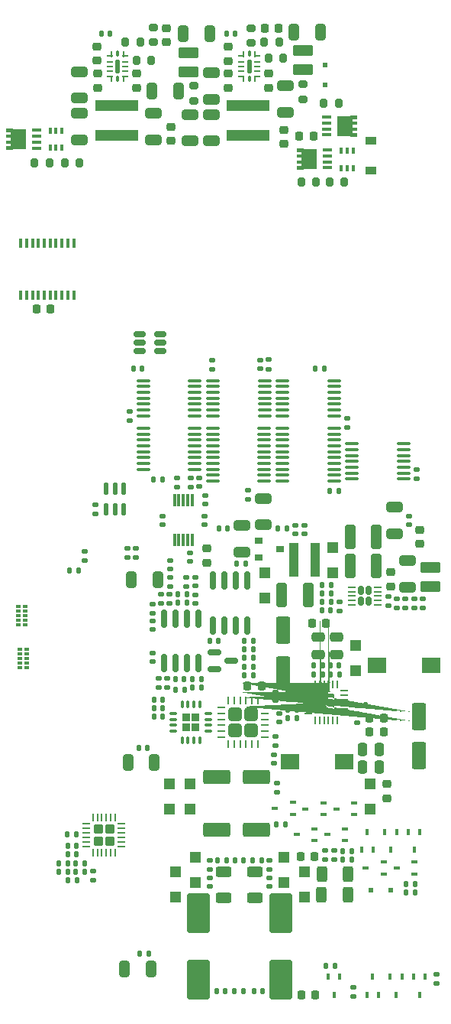
<source format=gbr>
%TF.GenerationSoftware,KiCad,Pcbnew,6.99.0-1.20221101gitf80c150.fc36*%
%TF.CreationDate,2022-11-16T22:50:14+00:00*%
%TF.ProjectId,bugg-main-r4,62756767-2d6d-4616-996e-2d72342e6b69,rev?*%
%TF.SameCoordinates,Original*%
%TF.FileFunction,Paste,Bot*%
%TF.FilePolarity,Positive*%
%FSLAX46Y46*%
G04 Gerber Fmt 4.6, Leading zero omitted, Abs format (unit mm)*
G04 Created by KiCad (PCBNEW 6.99.0-1.20221101gitf80c150.fc36) date 2022-11-16 22:50:14*
%MOMM*%
%LPD*%
G01*
G04 APERTURE LIST*
G04 Aperture macros list*
%AMRoundRect*
0 Rectangle with rounded corners*
0 $1 Rounding radius*
0 $2 $3 $4 $5 $6 $7 $8 $9 X,Y pos of 4 corners*
0 Add a 4 corners polygon primitive as box body*
4,1,4,$2,$3,$4,$5,$6,$7,$8,$9,$2,$3,0*
0 Add four circle primitives for the rounded corners*
1,1,$1+$1,$2,$3*
1,1,$1+$1,$4,$5*
1,1,$1+$1,$6,$7*
1,1,$1+$1,$8,$9*
0 Add four rect primitives between the rounded corners*
20,1,$1+$1,$2,$3,$4,$5,0*
20,1,$1+$1,$4,$5,$6,$7,0*
20,1,$1+$1,$6,$7,$8,$9,0*
20,1,$1+$1,$8,$9,$2,$3,0*%
%AMFreePoly0*
4,1,21,1.372500,0.787500,0.862500,0.787500,0.862500,0.532500,1.372500,0.532500,1.372500,0.127500,0.862500,0.127500,0.862500,-0.127500,1.372500,-0.127500,1.372500,-0.532500,0.862500,-0.532500,0.862500,-0.787500,1.372500,-0.787500,1.372500,-1.195000,0.612500,-1.195000,0.612500,-1.117500,-0.862500,-1.117500,-0.862500,1.117500,0.612500,1.117500,0.612500,1.195000,1.372500,1.195000,
1.372500,0.787500,1.372500,0.787500,$1*%
%AMFreePoly1*
4,1,57,0.194009,0.449029,0.214144,0.449029,0.231583,0.438961,0.251037,0.433748,0.265277,0.419508,0.282717,0.409439,0.409439,0.282717,0.419508,0.265277,0.433748,0.251037,0.438960,0.231585,0.449030,0.214144,0.449030,0.194005,0.454242,0.174554,0.454242,-0.174554,0.449030,-0.194005,0.449030,-0.214144,0.438960,-0.231585,0.433748,-0.251037,0.419508,-0.265277,0.409439,-0.282717,
0.282717,-0.409439,0.265277,-0.419508,0.251037,-0.433748,0.231583,-0.438961,0.214144,-0.449029,0.194009,-0.449029,0.174554,-0.454242,-0.174554,-0.454242,-0.194005,-0.449030,-0.214144,-0.449030,-0.231585,-0.438960,-0.251037,-0.433748,-0.265277,-0.419508,-0.282717,-0.409439,-0.409439,-0.282717,-0.419508,-0.265277,-0.433748,-0.251037,-0.438961,-0.231583,-0.449029,-0.214144,-0.449029,-0.194009,
-0.454242,-0.174554,-0.454242,0.174554,-0.449029,0.194009,-0.449029,0.214144,-0.438961,0.231583,-0.433748,0.251037,-0.419508,0.265277,-0.409439,0.282717,-0.282717,0.409439,-0.265277,0.419508,-0.251037,0.433748,-0.231585,0.438960,-0.214144,0.449030,-0.194005,0.449030,-0.174554,0.454242,0.174554,0.454242,0.194009,0.449029,0.194009,0.449029,$1*%
G04 Aperture macros list end*
%ADD10RoundRect,0.062500X-0.362500X-0.062500X0.362500X-0.062500X0.362500X0.062500X-0.362500X0.062500X0*%
%ADD11RoundRect,0.062500X-0.062500X-0.362500X0.062500X-0.362500X0.062500X0.362500X-0.062500X0.362500X0*%
%ADD12RoundRect,0.250000X-0.485000X-0.485000X0.485000X-0.485000X0.485000X0.485000X-0.485000X0.485000X0*%
%ADD13R,0.700000X0.450000*%
%ADD14RoundRect,0.140000X0.140000X0.170000X-0.140000X0.170000X-0.140000X-0.170000X0.140000X-0.170000X0*%
%ADD15R,0.990000X0.405000*%
%ADD16FreePoly0,0.000000*%
%ADD17RoundRect,0.140000X-0.140000X-0.170000X0.140000X-0.170000X0.140000X0.170000X-0.140000X0.170000X0*%
%ADD18RoundRect,0.250000X0.250000X0.475000X-0.250000X0.475000X-0.250000X-0.475000X0.250000X-0.475000X0*%
%ADD19RoundRect,0.150000X-0.587500X-0.150000X0.587500X-0.150000X0.587500X0.150000X-0.587500X0.150000X0*%
%ADD20FreePoly0,180.000000*%
%ADD21R,2.000000X1.700000*%
%ADD22RoundRect,0.140000X0.170000X-0.140000X0.170000X0.140000X-0.170000X0.140000X-0.170000X-0.140000X0*%
%ADD23RoundRect,0.050000X-0.287500X-0.075000X0.287500X-0.075000X0.287500X0.075000X-0.287500X0.075000X0*%
%ADD24RoundRect,0.050000X-0.075000X0.287500X-0.075000X-0.287500X0.075000X-0.287500X0.075000X0.287500X0*%
%ADD25RoundRect,0.050000X-0.275000X-0.075000X0.275000X-0.075000X0.275000X0.075000X-0.275000X0.075000X0*%
%ADD26RoundRect,0.050050X0.124950X0.274950X-0.124950X0.274950X-0.124950X-0.274950X0.124950X-0.274950X0*%
%ADD27RoundRect,0.049950X-0.175050X-0.675050X0.175050X-0.675050X0.175050X0.675050X-0.175050X0.675050X0*%
%ADD28R,1.200000X1.200000*%
%ADD29RoundRect,0.200000X-0.200000X-0.275000X0.200000X-0.275000X0.200000X0.275000X-0.200000X0.275000X0*%
%ADD30R,1.200000X0.900000*%
%ADD31RoundRect,0.200000X0.200000X0.275000X-0.200000X0.275000X-0.200000X-0.275000X0.200000X-0.275000X0*%
%ADD32R,0.450000X0.700000*%
%ADD33RoundRect,0.250000X-0.325000X-0.650000X0.325000X-0.650000X0.325000X0.650000X-0.325000X0.650000X0*%
%ADD34RoundRect,0.135000X0.185000X-0.135000X0.185000X0.135000X-0.185000X0.135000X-0.185000X-0.135000X0*%
%ADD35RoundRect,0.135000X-0.185000X0.135000X-0.185000X-0.135000X0.185000X-0.135000X0.185000X0.135000X0*%
%ADD36RoundRect,0.225000X-0.250000X0.225000X-0.250000X-0.225000X0.250000X-0.225000X0.250000X0.225000X0*%
%ADD37RoundRect,0.135000X-0.135000X-0.185000X0.135000X-0.185000X0.135000X0.185000X-0.135000X0.185000X0*%
%ADD38RoundRect,0.250000X0.650000X-0.325000X0.650000X0.325000X-0.650000X0.325000X-0.650000X-0.325000X0*%
%ADD39RoundRect,0.100000X-0.637500X-0.100000X0.637500X-0.100000X0.637500X0.100000X-0.637500X0.100000X0*%
%ADD40RoundRect,0.140000X-0.170000X0.140000X-0.170000X-0.140000X0.170000X-0.140000X0.170000X0.140000X0*%
%ADD41RoundRect,0.250000X0.325000X0.650000X-0.325000X0.650000X-0.325000X-0.650000X0.325000X-0.650000X0*%
%ADD42R,0.550000X0.300000*%
%ADD43R,0.550000X0.400000*%
%ADD44RoundRect,0.218750X0.218750X0.256250X-0.218750X0.256250X-0.218750X-0.256250X0.218750X-0.256250X0*%
%ADD45RoundRect,0.135000X0.135000X0.185000X-0.135000X0.185000X-0.135000X-0.185000X0.135000X-0.185000X0*%
%ADD46RoundRect,0.100000X0.637500X0.100000X-0.637500X0.100000X-0.637500X-0.100000X0.637500X-0.100000X0*%
%ADD47RoundRect,0.225000X0.225000X0.250000X-0.225000X0.250000X-0.225000X-0.250000X0.225000X-0.250000X0*%
%ADD48RoundRect,0.250000X1.250000X0.550000X-1.250000X0.550000X-1.250000X-0.550000X1.250000X-0.550000X0*%
%ADD49RoundRect,0.250000X0.625000X-0.312500X0.625000X0.312500X-0.625000X0.312500X-0.625000X-0.312500X0*%
%ADD50RoundRect,0.200000X-0.275000X0.200000X-0.275000X-0.200000X0.275000X-0.200000X0.275000X0.200000X0*%
%ADD51RoundRect,0.250000X1.000000X-1.950000X1.000000X1.950000X-1.000000X1.950000X-1.000000X-1.950000X0*%
%ADD52RoundRect,0.150000X0.150000X-0.825000X0.150000X0.825000X-0.150000X0.825000X-0.150000X-0.825000X0*%
%ADD53RoundRect,0.250000X-0.650000X0.325000X-0.650000X-0.325000X0.650000X-0.325000X0.650000X0.325000X0*%
%ADD54RoundRect,0.250000X-0.325000X-1.100000X0.325000X-1.100000X0.325000X1.100000X-0.325000X1.100000X0*%
%ADD55RoundRect,0.250000X-0.550000X1.250000X-0.550000X-1.250000X0.550000X-1.250000X0.550000X1.250000X0*%
%ADD56RoundRect,0.225000X0.250000X-0.225000X0.250000X0.225000X-0.250000X0.225000X-0.250000X-0.225000X0*%
%ADD57RoundRect,0.225000X-0.225000X-0.250000X0.225000X-0.250000X0.225000X0.250000X-0.225000X0.250000X0*%
%ADD58RoundRect,0.062500X0.325000X0.062500X-0.325000X0.062500X-0.325000X-0.062500X0.325000X-0.062500X0*%
%ADD59RoundRect,0.062500X0.062500X0.325000X-0.062500X0.325000X-0.062500X-0.325000X0.062500X-0.325000X0*%
%ADD60FreePoly1,180.000000*%
%ADD61RoundRect,0.062500X0.062500X-0.350000X0.062500X0.350000X-0.062500X0.350000X-0.062500X-0.350000X0*%
%ADD62RoundRect,0.062500X0.350000X-0.062500X0.350000X0.062500X-0.350000X0.062500X-0.350000X-0.062500X0*%
%ADD63RoundRect,0.250000X0.275000X-0.275000X0.275000X0.275000X-0.275000X0.275000X-0.275000X-0.275000X0*%
%ADD64R,0.980000X3.700000*%
%ADD65RoundRect,0.250000X-0.850000X0.375000X-0.850000X-0.375000X0.850000X-0.375000X0.850000X0.375000X0*%
%ADD66RoundRect,0.250000X-0.475000X0.250000X-0.475000X-0.250000X0.475000X-0.250000X0.475000X0.250000X0*%
%ADD67RoundRect,0.200000X0.275000X-0.200000X0.275000X0.200000X-0.275000X0.200000X-0.275000X-0.200000X0*%
%ADD68RoundRect,0.075000X0.350000X0.075000X-0.350000X0.075000X-0.350000X-0.075000X0.350000X-0.075000X0*%
%ADD69RoundRect,0.075000X0.075000X0.350000X-0.075000X0.350000X-0.075000X-0.350000X0.075000X-0.350000X0*%
%ADD70RoundRect,0.227500X0.227500X0.227500X-0.227500X0.227500X-0.227500X-0.227500X0.227500X-0.227500X0*%
%ADD71R,0.500000X0.500000*%
%ADD72RoundRect,0.250000X-0.312500X-0.625000X0.312500X-0.625000X0.312500X0.625000X-0.312500X0.625000X0*%
%ADD73RoundRect,0.125000X-0.125000X0.587500X-0.125000X-0.587500X0.125000X-0.587500X0.125000X0.587500X0*%
%ADD74R,0.400000X1.000000*%
%ADD75R,4.700000X1.200000*%
%ADD76R,0.300000X1.400000*%
%ADD77R,0.900000X0.800000*%
%ADD78R,0.400000X0.650000*%
%ADD79RoundRect,0.062500X0.362500X0.062500X-0.362500X0.062500X-0.362500X-0.062500X0.362500X-0.062500X0*%
%ADD80RoundRect,0.167500X0.167500X0.312500X-0.167500X0.312500X-0.167500X-0.312500X0.167500X-0.312500X0*%
%ADD81RoundRect,0.150000X-0.512500X-0.150000X0.512500X-0.150000X0.512500X0.150000X-0.512500X0.150000X0*%
%ADD82RoundRect,0.218750X-0.218750X-0.256250X0.218750X-0.256250X0.218750X0.256250X-0.218750X0.256250X0*%
%ADD83RoundRect,0.218750X-0.256250X0.218750X-0.256250X-0.218750X0.256250X-0.218750X0.256250X0.218750X0*%
G04 APERTURE END LIST*
D10*
%TO.C,U18*%
X3467462Y-18250000D03*
X3467462Y-17600000D03*
X3467462Y-16950000D03*
X3467462Y-16300000D03*
X3467462Y-15650000D03*
X3467462Y-15000000D03*
D11*
X4292462Y-14175000D03*
X4942462Y-14175000D03*
X5592462Y-14175000D03*
X6242462Y-14175000D03*
X6892462Y-14175000D03*
X7542462Y-14175000D03*
D10*
X8367462Y-15000000D03*
X8367462Y-15650000D03*
X8367462Y-16300000D03*
X8367462Y-16950000D03*
X8367462Y-17600000D03*
X8367462Y-18250000D03*
D11*
X7542462Y-19075000D03*
X6892462Y-19075000D03*
X6242462Y-19075000D03*
X5592462Y-19075000D03*
X4942462Y-19075000D03*
X4292462Y-19075000D03*
D12*
X5067462Y-17475000D03*
X5067462Y-15775000D03*
X6767462Y-17475000D03*
X6767462Y-15775000D03*
%TD*%
D13*
%TO.C,Q18*%
X18249999Y-25549999D03*
X18249999Y-26849999D03*
X16249999Y-26199999D03*
%TD*%
D14*
%TO.C,C115*%
X4180000Y4850000D03*
X3220000Y4850000D03*
%TD*%
D15*
%TO.C,Q3*%
X15214999Y48409999D03*
X15214999Y49069999D03*
X15214999Y49729999D03*
X15214999Y50389999D03*
D16*
X17207500Y49400000D03*
%TD*%
D17*
%TO.C,C101*%
X6070000Y-9500000D03*
X7030000Y-9500000D03*
%TD*%
%TO.C,C46*%
X2970000Y-46400000D03*
X3930000Y-46400000D03*
%TD*%
D18*
%TO.C,C91*%
X21050000Y-21600000D03*
X19150000Y-21600000D03*
%TD*%
D19*
%TO.C,U31*%
X2762500Y-10750000D03*
X2762500Y-8850000D03*
X4637500Y-9800000D03*
%TD*%
D15*
%TO.C,Q1*%
X-16999999Y48909999D03*
X-16999999Y48249999D03*
X-16999999Y47589999D03*
X-16999999Y46929999D03*
D20*
X-18992500Y47920000D03*
%TD*%
D21*
%TO.C,L4*%
X17099999Y-20949999D03*
X11099999Y-20949999D03*
%TD*%
D22*
%TO.C,C120*%
X-10500000Y6470000D03*
X-10500000Y7430000D03*
%TD*%
D23*
%TO.C,U5*%
X-8862500Y54850000D03*
D24*
X-8650000Y54637500D03*
D25*
X-8875000Y55500000D03*
X-8875000Y56000000D03*
X-8875000Y56500000D03*
D23*
X-8862500Y57150000D03*
D24*
X-8650000Y57362500D03*
D26*
X-8000000Y57375000D03*
D24*
X-7350000Y57362500D03*
D23*
X-7137500Y57150000D03*
D25*
X-7125000Y56500000D03*
X-7125000Y56000000D03*
X-7125000Y55500000D03*
D23*
X-7137500Y54850000D03*
D24*
X-7350000Y54637500D03*
D26*
X-8000000Y54625000D03*
D27*
X-8000000Y56000000D03*
%TD*%
D28*
%TO.C,D10*%
X10449999Y-31549999D03*
X10449999Y-34349999D03*
%TD*%
D29*
%TO.C,R7*%
X-13875000Y45350000D03*
X-12225000Y45350000D03*
%TD*%
D30*
%TO.C,D4*%
X20099999Y44499999D03*
X20099999Y47799999D03*
%TD*%
D31*
%TO.C,R8*%
X17162500Y43202500D03*
X15512500Y43202500D03*
%TD*%
D32*
%TO.C,Q25*%
X15349999Y-44799999D03*
X16649999Y-44799999D03*
X15999999Y-46799999D03*
%TD*%
D22*
%TO.C,C126*%
X24350000Y5270000D03*
X24350000Y6230000D03*
%TD*%
D14*
%TO.C,C64*%
X-3020000Y-16000000D03*
X-3980000Y-16000000D03*
%TD*%
D33*
%TO.C,C43*%
X11525000Y59786400D03*
X14475000Y59786400D03*
%TD*%
D34*
%TO.C,R57*%
X-2220000Y-3460000D03*
X-2220000Y-2440000D03*
%TD*%
D35*
%TO.C,R59*%
X-2500000Y-11790000D03*
X-2500000Y-12810000D03*
%TD*%
D17*
%TO.C,C87*%
X18520000Y-14750000D03*
X19480000Y-14750000D03*
%TD*%
D36*
%TO.C,C42*%
X-10200000Y55175000D03*
X-10200000Y53625000D03*
%TD*%
D22*
%TO.C,C54*%
X8850000Y-34780000D03*
X8850000Y-33820000D03*
%TD*%
D28*
%TO.C,D13*%
X49999Y-26199999D03*
X49999Y-23399999D03*
%TD*%
D37*
%TO.C,R94*%
X10840000Y-16200000D03*
X11860000Y-16200000D03*
%TD*%
D38*
%TO.C,C13*%
X-4000000Y47875000D03*
X-4000000Y50825000D03*
%TD*%
D39*
%TO.C,U19*%
X10287500Y17300000D03*
X10287500Y17950000D03*
X10287500Y18600000D03*
X10287500Y19250000D03*
X10287500Y19900000D03*
X10287500Y20550000D03*
X10287500Y21200000D03*
X16012500Y21200000D03*
X16012500Y20550000D03*
X16012500Y19900000D03*
X16012500Y19250000D03*
X16012500Y18600000D03*
X16012500Y17950000D03*
X16012500Y17300000D03*
%TD*%
D40*
%TO.C,C69*%
X600000Y-2495000D03*
X600000Y-3455000D03*
%TD*%
D17*
%TO.C,C72*%
X-1580000Y-11800000D03*
X-620000Y-11800000D03*
%TD*%
D41*
%TO.C,C127*%
X-4325000Y-43900000D03*
X-7275000Y-43900000D03*
%TD*%
D40*
%TO.C,C94*%
X9950000Y-15620000D03*
X9950000Y-16580000D03*
%TD*%
D42*
%TO.C,U11*%
X-18984999Y-5799999D03*
X-18984999Y-5299999D03*
D43*
X-18984999Y-4799999D03*
D42*
X-18984999Y-4299999D03*
X-18984999Y-3799999D03*
X-18214999Y-5299999D03*
X-18214999Y-3799999D03*
X-18214999Y-4299999D03*
X-18214999Y-5799999D03*
D43*
X-18214999Y-4799999D03*
%TD*%
D37*
%TO.C,R65*%
X16940000Y-31850000D03*
X17960000Y-31850000D03*
%TD*%
D44*
%TO.C,FB7*%
X7987500Y-12600000D03*
X6412500Y-12600000D03*
%TD*%
D37*
%TO.C,R26*%
X-14510000Y-33200000D03*
X-13490000Y-33200000D03*
%TD*%
D13*
%TO.C,Q21*%
X17249999Y-28399999D03*
X17249999Y-29699999D03*
X15249999Y-29049999D03*
%TD*%
D45*
%TO.C,R91*%
X16610000Y-11300000D03*
X15590000Y-11300000D03*
%TD*%
D35*
%TO.C,R52*%
X2200000Y-31940000D03*
X2200000Y-32960000D03*
%TD*%
D46*
%TO.C,U20*%
X8312500Y21200000D03*
X8312500Y20550000D03*
X8312500Y19900000D03*
X8312500Y19250000D03*
X8312500Y18600000D03*
X8312500Y17950000D03*
X8312500Y17300000D03*
X2587500Y17300000D03*
X2587500Y17950000D03*
X2587500Y18600000D03*
X2587500Y19250000D03*
X2587500Y19900000D03*
X2587500Y20550000D03*
X2587500Y21200000D03*
%TD*%
D34*
%TO.C,R81*%
X27350000Y-45560000D03*
X27350000Y-44540000D03*
%TD*%
D40*
%TO.C,C76*%
X600000Y-570000D03*
X600000Y-1530000D03*
%TD*%
D47*
%TO.C,C83*%
X13875000Y-31450000D03*
X12325000Y-31450000D03*
%TD*%
D18*
%TO.C,C90*%
X21050000Y-19600000D03*
X19150000Y-19600000D03*
%TD*%
D28*
%TO.C,D17*%
X20049999Y-26249999D03*
X20049999Y-23449999D03*
%TD*%
D48*
%TO.C,C59*%
X7400000Y-28500000D03*
X3000000Y-28500000D03*
%TD*%
D49*
%TO.C,R48*%
X3800000Y-36087500D03*
X3800000Y-33162500D03*
%TD*%
D50*
%TO.C,R35*%
X450000Y53825000D03*
X450000Y52175000D03*
%TD*%
D22*
%TO.C,C60*%
X1050000Y9470000D03*
X1050000Y10430000D03*
%TD*%
D51*
%TO.C,C49*%
X10100000Y-45125000D03*
X10100000Y-37725000D03*
%TD*%
D34*
%TO.C,R85*%
X16000000Y-31860000D03*
X16000000Y-30840000D03*
%TD*%
D17*
%TO.C,C56*%
X5020000Y-31875000D03*
X5980000Y-31875000D03*
%TD*%
D46*
%TO.C,U22*%
X562500Y21200000D03*
X562500Y20550000D03*
X562500Y19900000D03*
X562500Y19250000D03*
X562500Y18600000D03*
X562500Y17950000D03*
X562500Y17300000D03*
X-5162500Y17300000D03*
X-5162500Y17950000D03*
X-5162500Y18600000D03*
X-5162500Y19250000D03*
X-5162500Y19900000D03*
X-5162500Y20550000D03*
X-5162500Y21200000D03*
%TD*%
D28*
%TO.C,D8*%
X12699999Y-35999999D03*
X12699999Y-33199999D03*
%TD*%
D38*
%TO.C,C80*%
X5800000Y2225000D03*
X5800000Y5175000D03*
%TD*%
D31*
%TO.C,R15*%
X-5475000Y58700000D03*
X-7125000Y58700000D03*
%TD*%
D22*
%TO.C,C48*%
X17500000Y16040000D03*
X17500000Y17000000D03*
%TD*%
D40*
%TO.C,C25*%
X25200000Y11330000D03*
X25200000Y10370000D03*
%TD*%
D17*
%TO.C,C117*%
X5220000Y925000D03*
X6180000Y925000D03*
%TD*%
D38*
%TO.C,C103*%
X24200000Y-1675000D03*
X24200000Y1275000D03*
%TD*%
D52*
%TO.C,U33*%
X6355000Y-5875000D03*
X5085000Y-5875000D03*
X3815000Y-5875000D03*
X2545000Y-5875000D03*
X2545000Y-925000D03*
X3815000Y-925000D03*
X5085000Y-925000D03*
X6355000Y-925000D03*
%TD*%
D37*
%TO.C,R93*%
X10840000Y-15200000D03*
X11860000Y-15200000D03*
%TD*%
D31*
%TO.C,R16*%
X9925000Y58706400D03*
X8275000Y58706400D03*
%TD*%
D17*
%TO.C,C47*%
X4970000Y-46400000D03*
X5930000Y-46400000D03*
%TD*%
D53*
%TO.C,C45*%
X10650000Y53825000D03*
X10650000Y50875000D03*
%TD*%
D34*
%TO.C,R61*%
X-2200000Y-1560000D03*
X-2200000Y-540000D03*
%TD*%
D13*
%TO.C,Q19*%
X11449999Y-25499999D03*
X11449999Y-26799999D03*
X9449999Y-26149999D03*
%TD*%
D40*
%TO.C,C53*%
X2450000Y23430000D03*
X2450000Y22470000D03*
%TD*%
D41*
%TO.C,C129*%
X-3525000Y-850000D03*
X-6475000Y-850000D03*
%TD*%
D42*
%TO.C,U10*%
X-18884999Y-10549999D03*
X-18884999Y-10049999D03*
D43*
X-18884999Y-9549999D03*
D42*
X-18884999Y-9049999D03*
X-18884999Y-8549999D03*
X-18114999Y-10049999D03*
X-18114999Y-8549999D03*
X-18114999Y-9049999D03*
X-18114999Y-10549999D03*
D43*
X-18114999Y-9549999D03*
%TD*%
D32*
%TO.C,Q22*%
X22249999Y-44799999D03*
X23549999Y-44799999D03*
X22899999Y-46799999D03*
%TD*%
D28*
%TO.C,D14*%
X-2249999Y-26199999D03*
X-2249999Y-23399999D03*
%TD*%
D54*
%TO.C,C107*%
X17775000Y3900000D03*
X20725000Y3900000D03*
%TD*%
D38*
%TO.C,C16*%
X2390000Y47725000D03*
X2390000Y50675000D03*
%TD*%
D17*
%TO.C,C121*%
X2220000Y-7600000D03*
X3180000Y-7600000D03*
%TD*%
D36*
%TO.C,C18*%
X10450000Y48975000D03*
X10450000Y47425000D03*
%TD*%
D34*
%TO.C,R71*%
X-1400000Y9390000D03*
X-1400000Y10410000D03*
%TD*%
%TO.C,R54*%
X-3450000Y-12810000D03*
X-3450000Y-11790000D03*
%TD*%
D37*
%TO.C,R90*%
X14690000Y-3300000D03*
X15710000Y-3300000D03*
%TD*%
D55*
%TO.C,C119*%
X25430000Y-15950000D03*
X25430000Y-20350000D03*
%TD*%
D17*
%TO.C,C74*%
X15570000Y9000000D03*
X16530000Y9000000D03*
%TD*%
D56*
%TO.C,C17*%
X-2100000Y47775000D03*
X-2100000Y49325000D03*
%TD*%
D23*
%TO.C,U6*%
X5737500Y54850000D03*
D24*
X5950000Y54637500D03*
D25*
X5725000Y55500000D03*
X5725000Y56000000D03*
X5725000Y56500000D03*
D23*
X5737500Y57150000D03*
D24*
X5950000Y57362500D03*
D26*
X6600000Y57375000D03*
D24*
X7250000Y57362500D03*
D23*
X7462500Y57150000D03*
D25*
X7475000Y56500000D03*
X7475000Y56000000D03*
X7475000Y55500000D03*
D23*
X7462500Y54850000D03*
D24*
X7250000Y54637500D03*
D26*
X6600000Y54625000D03*
D27*
X6600000Y56000000D03*
%TD*%
D37*
%TO.C,R98*%
X6040000Y-7600000D03*
X7060000Y-7600000D03*
%TD*%
D57*
%TO.C,C38*%
X-16975000Y29150000D03*
X-15425000Y29150000D03*
%TD*%
D45*
%TO.C,R69*%
X14960000Y22500000D03*
X13940000Y22500000D03*
%TD*%
D53*
%TO.C,C6*%
X-12200000Y55425000D03*
X-12200000Y52475000D03*
%TD*%
D56*
%TO.C,C102*%
X25550000Y3125000D03*
X25550000Y4675000D03*
%TD*%
D31*
%TO.C,R13*%
X10405000Y56876400D03*
X8755000Y56876400D03*
%TD*%
D58*
%TO.C,U28*%
X17137500Y-13150000D03*
X17137500Y-13650000D03*
X17137500Y-14150000D03*
X17137500Y-14650000D03*
X17137500Y-15150000D03*
X17137500Y-15650000D03*
D59*
X16400000Y-16387500D03*
X15900000Y-16387500D03*
X15400000Y-16387500D03*
X14900000Y-16387500D03*
X14400000Y-16387500D03*
X13900000Y-16387500D03*
D58*
X13162500Y-15650000D03*
X13162500Y-15150000D03*
X13162500Y-14650000D03*
X13162500Y-14150000D03*
X13162500Y-13650000D03*
X13162500Y-13150000D03*
D59*
X13900000Y-12412500D03*
X14400000Y-12412500D03*
X14900000Y-12412500D03*
X15400000Y-12412500D03*
X15900000Y-12412500D03*
X16400000Y-12412500D03*
D60*
X15637500Y-13912500D03*
X15637500Y-14887500D03*
X14662500Y-13912500D03*
X14662500Y-14887500D03*
%TD*%
D40*
%TO.C,C55*%
X2200000Y-33820000D03*
X2200000Y-34780000D03*
%TD*%
D61*
%TO.C,U12*%
X-8250000Y-31037500D03*
X-8750000Y-31037500D03*
X-9250000Y-31037500D03*
X-9750000Y-31037500D03*
X-10250000Y-31037500D03*
X-10750000Y-31037500D03*
D62*
X-11437500Y-30350000D03*
X-11437500Y-29850000D03*
X-11437500Y-29350000D03*
X-11437500Y-28850000D03*
X-11437500Y-28350000D03*
X-11437500Y-27850000D03*
D61*
X-10750000Y-27162500D03*
X-10250000Y-27162500D03*
X-9750000Y-27162500D03*
X-9250000Y-27162500D03*
X-8750000Y-27162500D03*
X-8250000Y-27162500D03*
D62*
X-7562500Y-27850000D03*
X-7562500Y-28350000D03*
X-7562500Y-28850000D03*
X-7562500Y-29350000D03*
X-7562500Y-29850000D03*
X-7562500Y-30350000D03*
D63*
X-8850000Y-29750000D03*
X-10150000Y-29750000D03*
X-8850000Y-28450000D03*
X-10150000Y-28450000D03*
%TD*%
D36*
%TO.C,C104*%
X22300000Y-25000D03*
X22300000Y-1575000D03*
%TD*%
D13*
%TO.C,Q17*%
X14849999Y-25549999D03*
X14849999Y-26849999D03*
X12849999Y-26199999D03*
%TD*%
D64*
%TO.C,L5*%
X11564999Y1349999D03*
X13934999Y1349999D03*
%TD*%
D47*
%TO.C,C12*%
X9875000Y60216400D03*
X8325000Y60216400D03*
%TD*%
D45*
%TO.C,R97*%
X15710000Y-2350000D03*
X14690000Y-2350000D03*
%TD*%
D34*
%TO.C,R88*%
X25850000Y-3960000D03*
X25850000Y-2940000D03*
%TD*%
D37*
%TO.C,R50*%
X6940000Y-31875000D03*
X7960000Y-31875000D03*
%TD*%
D45*
%TO.C,R6*%
X-12290000Y200000D03*
X-13310000Y200000D03*
%TD*%
D38*
%TO.C,C15*%
X-12200000Y47850000D03*
X-12200000Y50800000D03*
%TD*%
D32*
%TO.C,Q24*%
X20949999Y-46799999D03*
X19649999Y-46799999D03*
X20299999Y-44799999D03*
%TD*%
D53*
%TO.C,C5*%
X2400000Y55325000D03*
X2400000Y52375000D03*
%TD*%
D34*
%TO.C,R75*%
X-6000000Y1590000D03*
X-6000000Y2610000D03*
%TD*%
D45*
%TO.C,R68*%
X17960000Y-30900000D03*
X16940000Y-30900000D03*
%TD*%
D22*
%TO.C,C124*%
X-3050000Y5270000D03*
X-3050000Y6230000D03*
%TD*%
D36*
%TO.C,C41*%
X8750000Y55175000D03*
X8750000Y53625000D03*
%TD*%
D38*
%TO.C,C131*%
X22700000Y4275000D03*
X22700000Y7225000D03*
%TD*%
D48*
%TO.C,C58*%
X7400000Y-22650000D03*
X3000000Y-22650000D03*
%TD*%
D45*
%TO.C,R72*%
X25010000Y-34550000D03*
X23990000Y-34550000D03*
%TD*%
D35*
%TO.C,R63*%
X100000Y10460000D03*
X100000Y9440000D03*
%TD*%
D22*
%TO.C,C114*%
X23000000Y-3930000D03*
X23000000Y-2970000D03*
%TD*%
D38*
%TO.C,C130*%
X8150000Y5225000D03*
X8150000Y8175000D03*
%TD*%
D36*
%TO.C,C4*%
X-5850000Y55175000D03*
X-5850000Y53625000D03*
%TD*%
D37*
%TO.C,R27*%
X-13510000Y-34150000D03*
X-12490000Y-34150000D03*
%TD*%
D36*
%TO.C,C10*%
X4291600Y58154400D03*
X4291600Y56604400D03*
%TD*%
D28*
%TO.C,D16*%
X18399999Y-8099999D03*
X18399999Y-10899999D03*
%TD*%
D14*
%TO.C,C32*%
X-11670000Y-32250000D03*
X-12630000Y-32250000D03*
%TD*%
D54*
%TO.C,C109*%
X10225000Y-2500000D03*
X13175000Y-2500000D03*
%TD*%
D65*
%TO.C,L8*%
X12550000Y57761400D03*
X12550000Y55611400D03*
%TD*%
D57*
%TO.C,C84*%
X12375000Y-46800000D03*
X13925000Y-46800000D03*
%TD*%
D14*
%TO.C,C123*%
X-4670000Y-19450000D03*
X-5630000Y-19450000D03*
%TD*%
D22*
%TO.C,C70*%
X-4150000Y-9930000D03*
X-4150000Y-8970000D03*
%TD*%
D37*
%TO.C,R74*%
X6040000Y-11400000D03*
X7060000Y-11400000D03*
%TD*%
D14*
%TO.C,C96*%
X14730000Y-11300000D03*
X13770000Y-11300000D03*
%TD*%
D15*
%TO.C,Q2*%
X15274999Y46739999D03*
X15274999Y46079999D03*
X15274999Y45419999D03*
X15274999Y44759999D03*
D20*
X13282500Y45750000D03*
%TD*%
D45*
%TO.C,R100*%
X-2990000Y10250000D03*
X-4010000Y10250000D03*
%TD*%
D41*
%TO.C,C128*%
X-3905000Y-21100000D03*
X-6855000Y-21100000D03*
%TD*%
D37*
%TO.C,R60*%
X-1330000Y-2450000D03*
X-310000Y-2450000D03*
%TD*%
D34*
%TO.C,R87*%
X18550000Y-16660000D03*
X18550000Y-15640000D03*
%TD*%
D17*
%TO.C,C27*%
X7150000Y-46400000D03*
X8110000Y-46400000D03*
%TD*%
D34*
%TO.C,R77*%
X-11650000Y1240000D03*
X-11650000Y2260000D03*
%TD*%
D51*
%TO.C,C50*%
X1000000Y-45125000D03*
X1000000Y-37725000D03*
%TD*%
D66*
%TO.C,C88*%
X16300000Y-7200000D03*
X16300000Y-9100000D03*
%TD*%
D50*
%TO.C,R36*%
X12550000Y54011400D03*
X12550000Y52361400D03*
%TD*%
D35*
%TO.C,R55*%
X-3170000Y-2440000D03*
X-3170000Y-3460000D03*
%TD*%
D34*
%TO.C,R84*%
X15050000Y-31860000D03*
X15050000Y-30840000D03*
%TD*%
D35*
%TO.C,R95*%
X16600000Y-3250000D03*
X16600000Y-4270000D03*
%TD*%
D45*
%TO.C,R92*%
X14760000Y-10350000D03*
X13740000Y-10350000D03*
%TD*%
D22*
%TO.C,C105*%
X12700000Y4220000D03*
X12700000Y5180000D03*
%TD*%
D67*
%TO.C,R14*%
X-4050000Y58645000D03*
X-4050000Y60295000D03*
%TD*%
D49*
%TO.C,R47*%
X7250000Y-36087500D03*
X7250000Y-33162500D03*
%TD*%
D56*
%TO.C,C9*%
X-10300000Y56625000D03*
X-10300000Y58175000D03*
%TD*%
%TO.C,C11*%
X-2550000Y58695000D03*
X-2550000Y60245000D03*
%TD*%
D34*
%TO.C,R51*%
X8850000Y-32960000D03*
X8850000Y-31940000D03*
%TD*%
D14*
%TO.C,C82*%
X7030000Y-10450000D03*
X6070000Y-10450000D03*
%TD*%
%TO.C,C113*%
X15680000Y-1400000D03*
X14720000Y-1400000D03*
%TD*%
D40*
%TO.C,C33*%
X-10750000Y-33120000D03*
X-10750000Y-34080000D03*
%TD*%
D17*
%TO.C,C73*%
X-1300000Y-3400000D03*
X-340000Y-3400000D03*
%TD*%
D32*
%TO.C,Q16*%
X21649999Y-28749999D03*
X22949999Y-28749999D03*
X22299999Y-30749999D03*
%TD*%
D34*
%TO.C,R96*%
X23950000Y-3960000D03*
X23950000Y-2940000D03*
%TD*%
D68*
%TO.C,U23*%
X2075000Y-15650000D03*
X2075000Y-16300000D03*
X2075000Y-16950000D03*
X2075000Y-17600000D03*
D69*
X1100000Y-18575000D03*
X450000Y-18575000D03*
X-200000Y-18575000D03*
X-850000Y-18575000D03*
D68*
X-1825000Y-17600000D03*
X-1825000Y-16950000D03*
X-1825000Y-16300000D03*
X-1825000Y-15650000D03*
D69*
X-850000Y-14675000D03*
X-200000Y-14675000D03*
X450000Y-14675000D03*
X1100000Y-14675000D03*
D70*
X650000Y-16100000D03*
X650000Y-17150000D03*
X-400000Y-16100000D03*
X-400000Y-17150000D03*
%TD*%
D55*
%TO.C,C118*%
X10400000Y-6450000D03*
X10400000Y-10850000D03*
%TD*%
D45*
%TO.C,R89*%
X10760000Y4850000D03*
X9740000Y4850000D03*
%TD*%
D22*
%TO.C,C67*%
X6500000Y8070000D03*
X6500000Y9030000D03*
%TD*%
D31*
%TO.C,R12*%
X-4275000Y56650000D03*
X-5925000Y56650000D03*
%TD*%
D37*
%TO.C,R28*%
X-13560000Y-29000000D03*
X-12540000Y-29000000D03*
%TD*%
D14*
%TO.C,C122*%
X-4570000Y-42200000D03*
X-5530000Y-42200000D03*
%TD*%
D32*
%TO.C,Q14*%
X20349999Y-30749999D03*
X19049999Y-30749999D03*
X19699999Y-28749999D03*
%TD*%
D14*
%TO.C,C93*%
X11830000Y-14050000D03*
X10870000Y-14050000D03*
%TD*%
D71*
%TO.C,D15*%
X22299999Y-35199999D03*
X20099999Y-35199999D03*
%TD*%
D22*
%TO.C,C78*%
X50000Y1170000D03*
X50000Y2130000D03*
%TD*%
D39*
%TO.C,U17*%
X17987500Y10300000D03*
X17987500Y10950000D03*
X17987500Y11600000D03*
X17987500Y12250000D03*
X17987500Y12900000D03*
X17987500Y13550000D03*
X17987500Y14200000D03*
X23712500Y14200000D03*
X23712500Y13550000D03*
X23712500Y12900000D03*
X23712500Y12250000D03*
X23712500Y11600000D03*
X23712500Y10950000D03*
X23712500Y10300000D03*
%TD*%
D71*
%TO.C,D5*%
X15049999Y56149999D03*
X15049999Y53949999D03*
%TD*%
D14*
%TO.C,C40*%
X-12570000Y-30300000D03*
X-13530000Y-30300000D03*
%TD*%
D34*
%TO.C,R73*%
X8750000Y22490000D03*
X8750000Y23510000D03*
%TD*%
D17*
%TO.C,C63*%
X-3980000Y-14100000D03*
X-3020000Y-14100000D03*
%TD*%
D35*
%TO.C,R70*%
X-6650000Y17760000D03*
X-6650000Y16740000D03*
%TD*%
D40*
%TO.C,C68*%
X-4150000Y-5420000D03*
X-4150000Y-6380000D03*
%TD*%
D72*
%TO.C,R67*%
X14675000Y-33450000D03*
X17600000Y-33450000D03*
%TD*%
D52*
%TO.C,U25*%
X955000Y-10075000D03*
X-315000Y-10075000D03*
X-1585000Y-10075000D03*
X-2855000Y-10075000D03*
X-2855000Y-5125000D03*
X-1585000Y-5125000D03*
X-315000Y-5125000D03*
X955000Y-5125000D03*
%TD*%
D13*
%TO.C,Q12*%
X21549999Y-32099999D03*
X21549999Y-33399999D03*
X19549999Y-32749999D03*
%TD*%
D73*
%TO.C,U34*%
X-9250000Y9237500D03*
X-8300000Y9237500D03*
X-7350000Y9237500D03*
X-7350000Y6962500D03*
X-8300000Y6962500D03*
X-9250000Y6962500D03*
%TD*%
D13*
%TO.C,Q20*%
X13849999Y-28399999D03*
X13849999Y-29699999D03*
X11849999Y-29049999D03*
%TD*%
D74*
%TO.C,U9*%
X-12874999Y30649999D03*
X-13524999Y30649999D03*
X-14174999Y30649999D03*
X-14824999Y30649999D03*
X-15474999Y30649999D03*
X-16124999Y30649999D03*
X-16774999Y30649999D03*
X-17424999Y30649999D03*
X-18074999Y30649999D03*
X-18724999Y30649999D03*
X-18724999Y36449999D03*
X-18074999Y36449999D03*
X-17424999Y36449999D03*
X-16774999Y36449999D03*
X-16124999Y36449999D03*
X-15474999Y36449999D03*
X-14824999Y36449999D03*
X-14174999Y36449999D03*
X-13524999Y36449999D03*
X-12874999Y36449999D03*
%TD*%
D54*
%TO.C,C108*%
X17775000Y700000D03*
X20725000Y700000D03*
%TD*%
D22*
%TO.C,C106*%
X11700000Y4220000D03*
X11700000Y5180000D03*
%TD*%
D37*
%TO.C,R86*%
X15140000Y-43600000D03*
X16160000Y-43600000D03*
%TD*%
D14*
%TO.C,C39*%
X-12570000Y-31250000D03*
X-13530000Y-31250000D03*
%TD*%
D57*
%TO.C,C85*%
X19955000Y-16200000D03*
X21505000Y-16200000D03*
%TD*%
D33*
%TO.C,C2*%
X-700000Y59600000D03*
X2250000Y59600000D03*
%TD*%
D72*
%TO.C,R66*%
X14637500Y-35750000D03*
X17562500Y-35750000D03*
%TD*%
D50*
%TO.C,R17*%
X6800000Y60225000D03*
X6800000Y58575000D03*
%TD*%
D34*
%TO.C,R62*%
X-350000Y-1560000D03*
X-350000Y-540000D03*
%TD*%
D75*
%TO.C,L1*%
X-8099999Y51654999D03*
X-8099999Y48344999D03*
%TD*%
D14*
%TO.C,C92*%
X16580000Y-10350000D03*
X15620000Y-10350000D03*
%TD*%
D37*
%TO.C,R64*%
X23990000Y-35500000D03*
X25010000Y-35500000D03*
%TD*%
D14*
%TO.C,C7*%
X-8820000Y59650000D03*
X-9780000Y59650000D03*
%TD*%
D65*
%TO.C,L6*%
X26700000Y525000D03*
X26700000Y-1625000D03*
%TD*%
D21*
%TO.C,L3*%
X26749999Y-10299999D03*
X20749999Y-10299999D03*
%TD*%
D39*
%TO.C,U24*%
X2537500Y10075000D03*
X2537500Y10725000D03*
X2537500Y11375000D03*
X2537500Y12025000D03*
X2537500Y12675000D03*
X2537500Y13325000D03*
X2537500Y13975000D03*
X2537500Y14625000D03*
X2537500Y15275000D03*
X2537500Y15925000D03*
X8262500Y15925000D03*
X8262500Y15275000D03*
X8262500Y14625000D03*
X8262500Y13975000D03*
X8262500Y13325000D03*
X8262500Y12675000D03*
X8262500Y12025000D03*
X8262500Y11375000D03*
X8262500Y10725000D03*
X8262500Y10075000D03*
%TD*%
D76*
%TO.C,U27*%
X299999Y3549999D03*
X-199999Y3549999D03*
X-699999Y3549999D03*
X-1199999Y3549999D03*
X-1699999Y3549999D03*
X-1699999Y7949999D03*
X-1199999Y7949999D03*
X-699999Y7949999D03*
X-199999Y7949999D03*
X299999Y7949999D03*
%TD*%
D77*
%TO.C,Q26*%
X7649999Y1599999D03*
X7649999Y3499999D03*
X10049999Y2549999D03*
%TD*%
D22*
%TO.C,C52*%
X9500000Y-14230000D03*
X9500000Y-13270000D03*
%TD*%
D14*
%TO.C,C95*%
X11830000Y-13100000D03*
X10870000Y-13100000D03*
%TD*%
D29*
%TO.C,R11*%
X14875000Y51950000D03*
X16525000Y51950000D03*
%TD*%
D32*
%TO.C,Q15*%
X24249999Y-28749999D03*
X25549999Y-28749999D03*
X24899999Y-30749999D03*
%TD*%
D40*
%TO.C,C111*%
X22050000Y-2720000D03*
X22050000Y-3680000D03*
%TD*%
D14*
%TO.C,C31*%
X-11670000Y-33200000D03*
X-12630000Y-33200000D03*
%TD*%
D40*
%TO.C,C79*%
X1700000Y8480000D03*
X1700000Y7520000D03*
%TD*%
D78*
%TO.C,U3*%
X-14184999Y46969999D03*
X-15484999Y46969999D03*
X-14834999Y48869999D03*
X-14834999Y46969999D03*
X-15484999Y48869999D03*
X-14184999Y48869999D03*
%TD*%
D36*
%TO.C,C3*%
X4300000Y55175000D03*
X4300000Y53625000D03*
%TD*%
D22*
%TO.C,C65*%
X9375000Y-21155000D03*
X9375000Y-20195000D03*
%TD*%
D13*
%TO.C,Q13*%
X24949999Y-32099999D03*
X24949999Y-33399999D03*
X22949999Y-32749999D03*
%TD*%
D79*
%TO.C,U32*%
X20900000Y-1650000D03*
X20900000Y-2150000D03*
X20900000Y-2650000D03*
X20900000Y-3150000D03*
X20900000Y-3650000D03*
X18000000Y-3650000D03*
X18000000Y-3150000D03*
X18000000Y-2650000D03*
X18000000Y-2150000D03*
X18000000Y-1650000D03*
D80*
X19860000Y-2055000D03*
X19860000Y-3245000D03*
X19040000Y-2055000D03*
X19040000Y-3245000D03*
%TD*%
D17*
%TO.C,C8*%
X4080000Y59630000D03*
X5040000Y59630000D03*
%TD*%
D31*
%TO.C,R10*%
X14025000Y43200000D03*
X12375000Y43200000D03*
%TD*%
D14*
%TO.C,C62*%
X-3020000Y-15050000D03*
X-3980000Y-15050000D03*
%TD*%
D66*
%TO.C,C89*%
X14300000Y-7200000D03*
X14300000Y-9100000D03*
%TD*%
D17*
%TO.C,C71*%
X320000Y-11800000D03*
X1280000Y-11800000D03*
%TD*%
D28*
%TO.C,D12*%
X599999Y-31549999D03*
X599999Y-34349999D03*
%TD*%
D81*
%TO.C,U35*%
X-5537500Y24450000D03*
X-5537500Y25400000D03*
X-5537500Y26350000D03*
X-3262500Y26350000D03*
X-3262500Y25400000D03*
X-3262500Y24450000D03*
%TD*%
D39*
%TO.C,U26*%
X10287500Y10075000D03*
X10287500Y10725000D03*
X10287500Y11375000D03*
X10287500Y12025000D03*
X10287500Y12675000D03*
X10287500Y13325000D03*
X10287500Y13975000D03*
X10287500Y14625000D03*
X10287500Y15275000D03*
X10287500Y15925000D03*
X16012500Y15925000D03*
X16012500Y15275000D03*
X16012500Y14625000D03*
X16012500Y13975000D03*
X16012500Y13325000D03*
X16012500Y12675000D03*
X16012500Y12025000D03*
X16012500Y11375000D03*
X16012500Y10725000D03*
X16012500Y10075000D03*
%TD*%
D22*
%TO.C,C125*%
X1650000Y5270000D03*
X1650000Y6230000D03*
%TD*%
%TO.C,C75*%
X-2200000Y320000D03*
X-2200000Y1280000D03*
%TD*%
D35*
%TO.C,R99*%
X18150000Y-45990000D03*
X18150000Y-47010000D03*
%TD*%
D38*
%TO.C,C14*%
X50000Y47725000D03*
X50000Y50675000D03*
%TD*%
D28*
%TO.C,D19*%
X8299999Y-2899999D03*
X8299999Y-99999D03*
%TD*%
D45*
%TO.C,R25*%
X-13490000Y-32250000D03*
X-14510000Y-32250000D03*
%TD*%
D39*
%TO.C,U21*%
X-5162500Y11375000D03*
X-5162500Y12025000D03*
X-5162500Y12675000D03*
X-5162500Y13325000D03*
X-5162500Y13975000D03*
X-5162500Y14625000D03*
X-5162500Y15275000D03*
X-5162500Y15925000D03*
X562500Y15925000D03*
X562500Y15275000D03*
X562500Y14625000D03*
X562500Y13975000D03*
X562500Y13325000D03*
X562500Y12675000D03*
X562500Y12025000D03*
X562500Y11375000D03*
%TD*%
D28*
%TO.C,D18*%
X15849999Y2749999D03*
X15849999Y-49999D03*
%TD*%
D82*
%TO.C,FB5*%
X13562500Y-5700000D03*
X15137500Y-5700000D03*
%TD*%
D40*
%TO.C,C81*%
X7800000Y23480000D03*
X7800000Y22520000D03*
%TD*%
D14*
%TO.C,C116*%
X7030000Y-8550000D03*
X6070000Y-8550000D03*
%TD*%
D37*
%TO.C,R82*%
X9640000Y-27925000D03*
X10660000Y-27925000D03*
%TD*%
D32*
%TO.C,Q23*%
X24849999Y-44799999D03*
X26149999Y-44799999D03*
X25499999Y-46799999D03*
%TD*%
D17*
%TO.C,C110*%
X14660000Y-4250000D03*
X15620000Y-4250000D03*
%TD*%
D83*
%TO.C,FB6*%
X21900000Y-23462500D03*
X21900000Y-25037500D03*
%TD*%
D37*
%TO.C,R53*%
X-1610000Y-13000000D03*
X-590000Y-13000000D03*
%TD*%
%TO.C,R58*%
X290000Y-12800000D03*
X1310000Y-12800000D03*
%TD*%
D34*
%TO.C,R79*%
X9725000Y-24410000D03*
X9725000Y-23390000D03*
%TD*%
D29*
%TO.C,R9*%
X-17225000Y45350000D03*
X-15575000Y45350000D03*
%TD*%
D40*
%TO.C,C66*%
X9500000Y-18220000D03*
X9500000Y-19180000D03*
%TD*%
D34*
%TO.C,R76*%
X-6950000Y1590000D03*
X-6950000Y2610000D03*
%TD*%
D41*
%TO.C,C44*%
X-1275000Y53300000D03*
X-4225000Y53300000D03*
%TD*%
D57*
%TO.C,C86*%
X19955000Y-17700000D03*
X21505000Y-17700000D03*
%TD*%
D75*
%TO.C,L2*%
X6499999Y51654999D03*
X6499999Y48344999D03*
%TD*%
D40*
%TO.C,C112*%
X24900000Y-2970000D03*
X24900000Y-3930000D03*
%TD*%
D35*
%TO.C,R56*%
X-4120000Y-3540000D03*
X-4120000Y-4560000D03*
%TD*%
D56*
%TO.C,C77*%
X1900000Y1050000D03*
X1900000Y2600000D03*
%TD*%
D78*
%TO.C,U4*%
X18114999Y44752499D03*
X16814999Y44752499D03*
X17464999Y46652499D03*
X17464999Y44752499D03*
X16814999Y46652499D03*
X18114999Y46652499D03*
%TD*%
D28*
%TO.C,D11*%
X-1599999Y-35999999D03*
X-1599999Y-33199999D03*
%TD*%
D65*
%TO.C,L7*%
X-150000Y57525000D03*
X-150000Y55375000D03*
%TD*%
D17*
%TO.C,C57*%
X-6230000Y22500000D03*
X-5270000Y22500000D03*
%TD*%
D47*
%TO.C,C1*%
X13725000Y48300000D03*
X12175000Y48300000D03*
%TD*%
D45*
%TO.C,R49*%
X4110000Y-31875000D03*
X3090000Y-31875000D03*
%TD*%
M02*

</source>
